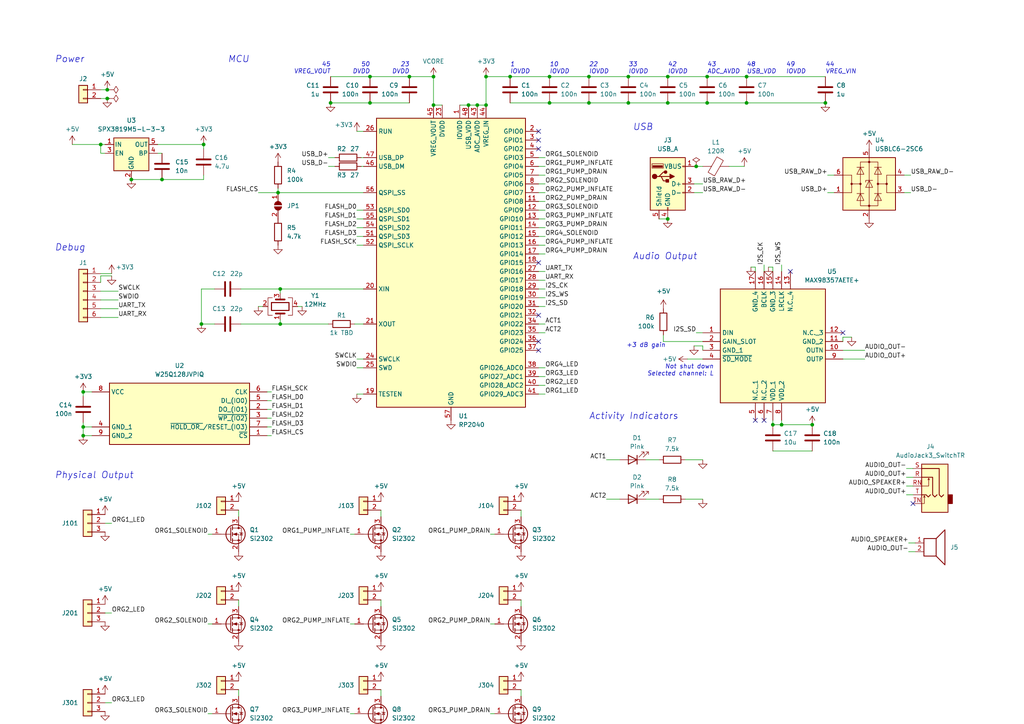
<source format=kicad_sch>
(kicad_sch (version 20230121) (generator eeschema)
  (paper "A4")
  (junction (at 182.245 22.225))
  (junction (at 140.97 22.225))
  (junction (at 81.28 93.98))
  (junction (at 193.675 63.5))
  (junction (at 29.21 41.91))
  (junction (at 125.73 30.48))
  (junction (at 239.395 29.845))
  (junction (at 80.645 55.88))
  (junction (at 193.675 22.225))
  (junction (at 170.815 22.225))
  (junction (at 159.385 22.225))
  (junction (at 201.93 48.26))
  (junction (at 118.745 22.225))
  (junction (at 59.055 41.91))
  (junction (at 135.89 30.48))
  (junction (at 24.13 126.365))
  (junction (at 95.885 29.845))
  (junction (at 38.1 52.07))
  (junction (at 216.535 29.845))
  (junction (at 224.155 123.19))
  (junction (at 170.815 29.845))
  (junction (at 81.28 83.82))
  (junction (at 125.73 22.225))
  (junction (at 107.315 22.225))
  (junction (at 140.97 30.48))
  (junction (at 147.955 22.225))
  (junction (at 193.675 29.845))
  (junction (at 182.245 29.845))
  (junction (at 24.13 113.665))
  (junction (at 205.105 29.845))
  (junction (at 58.42 93.98))
  (junction (at 138.43 30.48))
  (junction (at 205.105 22.225))
  (junction (at 226.695 123.19))
  (junction (at 235.585 123.19))
  (junction (at 46.99 52.07))
  (junction (at 159.385 29.845))
  (junction (at 31.115 26.035))
  (junction (at 107.315 29.845))
  (junction (at 31.115 28.575))
  (junction (at 216.535 22.225))
  (junction (at 24.13 123.825))
  (no_connect (at 229.235 78.74))
  (no_connect (at 264.795 146.05))
  (no_connect (at 156.21 99.06))
  (no_connect (at 244.475 96.52))
  (no_connect (at 156.21 91.44))
  (no_connect (at 221.615 121.92))
  (no_connect (at 156.21 101.6))
  (no_connect (at 156.21 40.64))
  (no_connect (at 156.21 43.18))
  (no_connect (at 219.075 121.92))
  (no_connect (at 156.21 76.2))
  (no_connect (at 156.21 38.1))
  (wire (pts (xy 101.6 180.975) (xy 102.87 180.975)))
  (wire (pts (xy 38.1 52.07) (xy 46.99 52.07)))
  (wire (pts (xy 240.03 55.88) (xy 241.935 55.88)))
  (wire (pts (xy 140.97 22.225) (xy 140.97 30.48)))
  (wire (pts (xy 29.21 80.01) (xy 32.385 80.01)))
  (wire (pts (xy 201.295 48.26) (xy 201.93 48.26)))
  (wire (pts (xy 158.115 55.88) (xy 156.21 55.88)))
  (wire (pts (xy 182.245 22.225) (xy 193.675 22.225)))
  (wire (pts (xy 142.24 154.94) (xy 143.51 154.94)))
  (wire (pts (xy 240.03 50.8) (xy 241.935 50.8)))
  (wire (pts (xy 69.215 173.99) (xy 69.215 175.895)))
  (wire (pts (xy 175.895 133.35) (xy 179.705 133.35)))
  (wire (pts (xy 158.115 63.5) (xy 156.21 63.5)))
  (wire (pts (xy 95.25 45.72) (xy 97.155 45.72)))
  (wire (pts (xy 140.97 22.225) (xy 147.955 22.225)))
  (wire (pts (xy 170.815 29.845) (xy 182.245 29.845)))
  (wire (pts (xy 158.115 86.36) (xy 156.21 86.36)))
  (wire (pts (xy 104.775 45.72) (xy 105.41 45.72)))
  (wire (pts (xy 34.29 89.535) (xy 29.21 89.535)))
  (wire (pts (xy 110.49 173.99) (xy 110.49 175.895)))
  (wire (pts (xy 222.885 77.47) (xy 224.155 77.47)))
  (wire (pts (xy 60.325 154.94) (xy 61.595 154.94)))
  (wire (pts (xy 182.245 29.845) (xy 193.675 29.845)))
  (wire (pts (xy 69.215 226.06) (xy 69.215 227.965)))
  (wire (pts (xy 226.695 121.92) (xy 226.695 123.19)))
  (wire (pts (xy 29.21 41.91) (xy 30.48 41.91)))
  (wire (pts (xy 104.775 48.26) (xy 105.41 48.26)))
  (wire (pts (xy 78.74 113.665) (xy 77.47 113.665)))
  (wire (pts (xy 125.73 22.225) (xy 125.73 30.48)))
  (wire (pts (xy 221.615 76.835) (xy 221.615 78.74)))
  (wire (pts (xy 226.695 76.835) (xy 226.695 78.74)))
  (wire (pts (xy 262.89 135.89) (xy 264.795 135.89)))
  (wire (pts (xy 32.385 151.765) (xy 30.48 151.765)))
  (wire (pts (xy 226.695 123.19) (xy 235.585 123.19)))
  (wire (pts (xy 95.885 22.225) (xy 107.315 22.225)))
  (wire (pts (xy 158.115 71.12) (xy 156.21 71.12)))
  (wire (pts (xy 191.135 133.35) (xy 187.325 133.35)))
  (wire (pts (xy 81.28 93.98) (xy 95.25 93.98)))
  (wire (pts (xy 29.21 44.45) (xy 29.21 41.91)))
  (wire (pts (xy 170.815 22.225) (xy 182.245 22.225)))
  (wire (pts (xy 24.13 123.825) (xy 24.13 126.365)))
  (wire (pts (xy 31.115 26.035) (xy 29.21 26.035)))
  (wire (pts (xy 95.25 48.26) (xy 97.155 48.26)))
  (wire (pts (xy 34.29 86.995) (xy 29.21 86.995)))
  (wire (pts (xy 192.405 97.155) (xy 192.405 99.06)))
  (wire (pts (xy 158.115 109.22) (xy 156.21 109.22)))
  (wire (pts (xy 34.29 92.075) (xy 29.21 92.075)))
  (wire (pts (xy 24.13 126.365) (xy 26.67 126.365)))
  (wire (pts (xy 31.115 28.575) (xy 29.21 28.575)))
  (wire (pts (xy 103.505 66.04) (xy 105.41 66.04)))
  (wire (pts (xy 80.645 55.88) (xy 105.41 55.88)))
  (wire (pts (xy 118.745 22.225) (xy 125.73 22.225)))
  (wire (pts (xy 244.475 97.79) (xy 247.015 97.79)))
  (wire (pts (xy 205.105 29.845) (xy 216.535 29.845)))
  (wire (pts (xy 199.39 104.14) (xy 203.835 104.14)))
  (wire (pts (xy 110.49 147.955) (xy 110.49 149.86)))
  (wire (pts (xy 103.505 71.12) (xy 105.41 71.12)))
  (wire (pts (xy 216.535 22.225) (xy 239.395 22.225)))
  (wire (pts (xy 158.115 50.8) (xy 156.21 50.8)))
  (wire (pts (xy 224.155 77.47) (xy 224.155 78.74)))
  (wire (pts (xy 31.75 28.575) (xy 31.115 28.575)))
  (wire (pts (xy 103.505 104.14) (xy 105.41 104.14)))
  (wire (pts (xy 219.075 77.47) (xy 219.075 78.74)))
  (wire (pts (xy 74.93 55.88) (xy 80.645 55.88)))
  (wire (pts (xy 264.16 50.8) (xy 262.255 50.8)))
  (wire (pts (xy 191.135 144.78) (xy 187.325 144.78)))
  (wire (pts (xy 217.805 77.47) (xy 219.075 77.47)))
  (wire (pts (xy 138.43 30.48) (xy 140.97 30.48)))
  (wire (pts (xy 103.505 60.96) (xy 105.41 60.96)))
  (wire (pts (xy 78.74 118.745) (xy 77.47 118.745)))
  (wire (pts (xy 107.315 29.845) (xy 118.745 29.845)))
  (wire (pts (xy 159.385 29.845) (xy 170.815 29.845)))
  (wire (pts (xy 81.28 92.71) (xy 81.28 93.98)))
  (wire (pts (xy 158.115 88.9) (xy 156.21 88.9)))
  (wire (pts (xy 24.13 122.555) (xy 24.13 123.825)))
  (wire (pts (xy 175.895 144.78) (xy 179.705 144.78)))
  (wire (pts (xy 151.13 147.955) (xy 151.13 149.86)))
  (wire (pts (xy 201.93 48.26) (xy 203.835 48.26)))
  (wire (pts (xy 34.29 84.455) (xy 29.21 84.455)))
  (wire (pts (xy 203.835 101.6) (xy 203.835 100.33)))
  (wire (pts (xy 216.535 29.845) (xy 239.395 29.845)))
  (wire (pts (xy 263.525 157.48) (xy 265.43 157.48)))
  (wire (pts (xy 156.21 96.52) (xy 158.115 96.52)))
  (wire (pts (xy 158.115 48.26) (xy 156.21 48.26)))
  (wire (pts (xy 74.93 88.9) (xy 76.2 88.9)))
  (wire (pts (xy 87.63 88.9) (xy 86.36 88.9)))
  (wire (pts (xy 158.115 68.58) (xy 156.21 68.58)))
  (wire (pts (xy 32.385 203.835) (xy 30.48 203.835)))
  (wire (pts (xy 158.115 106.68) (xy 156.21 106.68)))
  (wire (pts (xy 158.115 45.72) (xy 156.21 45.72)))
  (wire (pts (xy 262.89 143.51) (xy 264.795 143.51)))
  (wire (pts (xy 147.955 22.225) (xy 159.385 22.225)))
  (wire (pts (xy 69.85 83.82) (xy 81.28 83.82)))
  (wire (pts (xy 81.28 83.82) (xy 105.41 83.82)))
  (wire (pts (xy 158.115 111.76) (xy 156.21 111.76)))
  (wire (pts (xy 224.155 130.81) (xy 235.585 130.81)))
  (wire (pts (xy 158.115 73.66) (xy 156.21 73.66)))
  (wire (pts (xy 203.835 55.88) (xy 201.295 55.88)))
  (wire (pts (xy 45.72 41.91) (xy 59.055 41.91)))
  (wire (pts (xy 69.215 147.955) (xy 69.215 149.86)))
  (wire (pts (xy 32.385 79.375) (xy 29.21 79.375)))
  (wire (pts (xy 192.405 99.06) (xy 203.835 99.06)))
  (wire (pts (xy 78.74 116.205) (xy 77.47 116.205)))
  (wire (pts (xy 107.315 22.225) (xy 118.745 22.225)))
  (wire (pts (xy 58.42 83.82) (xy 58.42 93.98)))
  (wire (pts (xy 158.115 53.34) (xy 156.21 53.34)))
  (wire (pts (xy 158.115 114.3) (xy 156.21 114.3)))
  (wire (pts (xy 101.6 233.045) (xy 102.87 233.045)))
  (wire (pts (xy 158.115 60.96) (xy 156.21 60.96)))
  (wire (pts (xy 80.645 54.61) (xy 80.645 55.88)))
  (wire (pts (xy 158.115 66.04) (xy 156.21 66.04)))
  (wire (pts (xy 24.13 114.935) (xy 24.13 113.665)))
  (wire (pts (xy 203.835 53.34) (xy 201.295 53.34)))
  (wire (pts (xy 151.13 200.025) (xy 151.13 201.93)))
  (wire (pts (xy 159.385 22.225) (xy 170.815 22.225)))
  (wire (pts (xy 203.835 100.33) (xy 201.295 100.33)))
  (wire (pts (xy 62.23 83.82) (xy 58.42 83.82)))
  (wire (pts (xy 60.325 233.045) (xy 61.595 233.045)))
  (wire (pts (xy 103.505 68.58) (xy 105.41 68.58)))
  (wire (pts (xy 78.74 123.825) (xy 77.47 123.825)))
  (wire (pts (xy 191.135 63.5) (xy 193.675 63.5)))
  (wire (pts (xy 158.115 78.74) (xy 156.21 78.74)))
  (wire (pts (xy 262.89 138.43) (xy 264.795 138.43)))
  (wire (pts (xy 201.93 96.52) (xy 203.835 96.52)))
  (wire (pts (xy 24.13 123.825) (xy 26.67 123.825)))
  (wire (pts (xy 81.28 83.82) (xy 81.28 85.09)))
  (wire (pts (xy 29.21 80.01) (xy 29.21 81.915)))
  (wire (pts (xy 198.755 144.78) (xy 203.835 144.78)))
  (wire (pts (xy 262.89 140.97) (xy 264.795 140.97)))
  (wire (pts (xy 78.74 121.285) (xy 77.47 121.285)))
  (wire (pts (xy 59.055 43.18) (xy 59.055 41.91)))
  (wire (pts (xy 110.49 200.025) (xy 110.49 201.93)))
  (wire (pts (xy 263.525 160.02) (xy 265.43 160.02)))
  (wire (pts (xy 151.13 173.99) (xy 151.13 175.895)))
  (wire (pts (xy 224.155 123.19) (xy 226.695 123.19)))
  (wire (pts (xy 224.155 121.92) (xy 224.155 123.19)))
  (wire (pts (xy 46.99 44.45) (xy 45.72 44.45)))
  (wire (pts (xy 156.21 93.98) (xy 158.115 93.98)))
  (wire (pts (xy 244.475 101.6) (xy 250.825 101.6)))
  (wire (pts (xy 244.475 104.14) (xy 250.825 104.14)))
  (wire (pts (xy 20.955 41.91) (xy 29.21 41.91)))
  (wire (pts (xy 198.755 133.35) (xy 203.835 133.35)))
  (wire (pts (xy 78.74 126.365) (xy 77.47 126.365)))
  (wire (pts (xy 103.505 114.3) (xy 105.41 114.3)))
  (wire (pts (xy 142.24 207.01) (xy 143.51 207.01)))
  (wire (pts (xy 103.505 63.5) (xy 105.41 63.5)))
  (wire (pts (xy 193.675 29.845) (xy 205.105 29.845)))
  (wire (pts (xy 32.385 229.87) (xy 30.48 229.87)))
  (wire (pts (xy 158.115 81.28) (xy 156.21 81.28)))
  (wire (pts (xy 103.505 38.1) (xy 105.41 38.1)))
  (wire (pts (xy 142.24 233.045) (xy 143.51 233.045)))
  (wire (pts (xy 110.49 226.06) (xy 110.49 227.965)))
  (wire (pts (xy 125.73 30.48) (xy 128.27 30.48)))
  (wire (pts (xy 60.325 180.975) (xy 61.595 180.975)))
  (wire (pts (xy 158.115 83.82) (xy 156.21 83.82)))
  (wire (pts (xy 135.89 30.48) (xy 138.43 30.48)))
  (wire (pts (xy 95.885 29.845) (xy 107.315 29.845)))
  (wire (pts (xy 211.455 48.26) (xy 215.9 48.26)))
  (wire (pts (xy 133.35 30.48) (xy 135.89 30.48)))
  (wire (pts (xy 151.13 226.06) (xy 151.13 227.965)))
  (wire (pts (xy 30.48 44.45) (xy 29.21 44.45)))
  (wire (pts (xy 31.75 26.035) (xy 31.115 26.035)))
  (wire (pts (xy 142.24 180.975) (xy 143.51 180.975)))
  (wire (pts (xy 58.42 93.98) (xy 62.23 93.98)))
  (wire (pts (xy 60.325 207.01) (xy 61.595 207.01)))
  (wire (pts (xy 32.385 177.8) (xy 30.48 177.8)))
  (wire (pts (xy 147.955 29.845) (xy 159.385 29.845)))
  (wire (pts (xy 193.675 22.225) (xy 205.105 22.225)))
  (wire (pts (xy 24.13 113.665) (xy 26.67 113.665)))
  (wire (pts (xy 46.99 52.07) (xy 59.055 52.07)))
  (wire (pts (xy 264.16 55.88) (xy 262.255 55.88)))
  (wire (pts (xy 158.115 58.42) (xy 156.21 58.42)))
  (wire (pts (xy 69.85 93.98) (xy 81.28 93.98)))
  (wire (pts (xy 101.6 207.01) (xy 102.87 207.01)))
  (wire (pts (xy 205.105 22.225) (xy 216.535 22.225)))
  (wire (pts (xy 59.055 52.07) (xy 59.055 50.8)))
  (wire (pts (xy 69.215 200.025) (xy 69.215 201.93)))
  (wire (pts (xy 101.6 154.94) (xy 102.87 154.94)))
  (wire (pts (xy 102.87 93.98) (xy 105.41 93.98)))
  (wire (pts (xy 244.475 99.06) (xy 244.475 97.79)))
  (wire (pts (xy 103.505 106.68) (xy 105.41 106.68)))
  (text "Power" (at 15.875 18.415 0) (effects (font (size 1.905 1.905) italic) (justify left bottom)))
  (text "33\nIOVDD" (at 182.245 21.59 0) (effects (font (size 1.27 1.27) italic) (justify left bottom)))
  (text "1\nIOVDD" (at 147.955 21.59 0) (effects (font (size 1.27 1.27) italic) (justify left bottom)))
  (text "48\nUSB_VDD" (at 216.535 21.59 0) (effects (font (size 1.27 1.27) italic) (justify left bottom)))
  (text "Debug" (at 15.875 73.025 0) (effects (font (size 1.905 1.905) italic) (justify left bottom)))
  (text "22\nIOVDD" (at 170.815 21.59 0) (effects (font (size 1.27 1.27) italic) (justify left bottom)))
  (text "42\nIOVDD" (at 193.675 21.59 0) (effects (font (size 1.27 1.27) italic) (justify left bottom)))
  (text "USB" (at 183.515 38.1 0) (effects (font (size 1.905 1.905) italic) (justify left bottom)))
  (text "50\nDVDD" (at 107.315 21.59 0) (effects (font (size 1.27 1.27) italic) (justify right bottom)))
  (text "44\nVREG_VIN" (at 239.395 21.59 0) (effects (font (size 1.27 1.27) italic) (justify left bottom)))
  (text "49\nIOVDD" (at 227.965 21.59 0) (effects (font (size 1.27 1.27) italic) (justify left bottom)))
  (text "Physical Output" (at 15.875 139.065 0) (effects (font (size 1.905 1.905) italic) (justify left bottom)))
  (text "Audio Output" (at 183.515 75.565 0) (effects (font (size 1.905 1.905) italic) (justify left bottom)))
  (text "45\nVREG_VOUT" (at 95.885 21.59 0) (effects (font (size 1.27 1.27) italic) (justify right bottom)))
  (text "Activity Indicators" (at 170.815 121.92 0) (effects (font (size 1.905 1.905) italic) (justify left bottom)))
  (text "+3 dB gain" (at 193.04 100.965 0) (effects (font (size 1.27 1.27) italic) (justify right bottom)))
  (text "23\nDVDD" (at 118.745 21.59 0) (effects (font (size 1.27 1.27) italic) (justify right bottom)))
  (text "10\nIOVDD" (at 159.385 21.59 0) (effects (font (size 1.27 1.27) italic) (justify left bottom)))
  (text "43\nADC_AVDD" (at 205.105 21.59 0) (effects (font (size 1.27 1.27) italic) (justify left bottom)))
  (text "Not shut down\nSelected channel: L" (at 207.01 109.22 0) (effects (font (size 1.27 1.27) italic) (justify right bottom)))
  (text "MCU" (at 66.04 18.415 0) (effects (font (size 1.905 1.905) italic) (justify left bottom)))
  (label "FLASH_D2" (at 103.505 66.04 180))
  (label "UART_RX" (at 158.115 81.28 0))
  (label "ORG3_PUMP_INFLATE" (at 101.6 207.01 180))
  (label "I2S_CK" (at 158.115 83.82 0))
  (label "ORG1_PUMP_INFLATE" (at 101.6 154.94 180))
  (label "AUDIO_OUT+" (at 262.89 138.43 180))
  (label "SWDIO" (at 103.505 106.68 180))
  (label "AUDIO_OUT-" (at 263.525 160.02 180))
  (label "ORG3_PUMP_DRAIN" (at 158.115 66.04 0))
  (label "SWDIO" (at 34.29 86.995 0))
  (label "ORG2_LED" (at 158.115 111.76 0))
  (label "ORG2_LED" (at 32.385 177.8 0))
  (label "FLASH_CS" (at 78.74 126.365 0))
  (label "USB_RAW_D+" (at 240.03 50.8 180))
  (label "FLASH_D3" (at 103.505 68.58 180))
  (label "AUDIO_OUT+" (at 262.89 143.51 180))
  (label "ORG1_LED" (at 158.115 114.3 0))
  (label "FLASH_D1" (at 78.74 118.745 0))
  (label "I2S_SD" (at 158.115 88.9 0))
  (label "ACT2" (at 175.895 144.78 180))
  (label "ORG2_SOLENOID" (at 60.325 180.975 180))
  (label "ORG3_SOLENOID" (at 60.325 207.01 180))
  (label "AUDIO_OUT-" (at 262.89 135.89 180))
  (label "AUDIO_OUT+" (at 250.825 104.14 0))
  (label "ORG1_PUMP_INFLATE" (at 158.115 48.26 0))
  (label "USB_D+" (at 240.03 55.88 180))
  (label "ACT2" (at 158.115 96.52 0))
  (label "ORG3_SOLENOID" (at 158.115 60.96 0))
  (label "FLASH_D0" (at 78.74 116.205 0))
  (label "FLASH_D1" (at 103.505 63.5 180))
  (label "AUDIO_SPEAKER+" (at 263.525 157.48 180))
  (label "ORG4_SOLENOID" (at 60.325 233.045 180))
  (label "ORG4_LED" (at 158.115 106.68 0))
  (label "I2S_CK" (at 221.615 76.835 90))
  (label "ORG2_PUMP_INFLATE" (at 158.115 55.88 0))
  (label "UART_TX" (at 34.29 89.535 0))
  (label "USB_D+" (at 95.25 45.72 180))
  (label "SWCLK" (at 34.29 84.455 0))
  (label "UART_RX" (at 34.29 92.075 0))
  (label "ORG1_LED" (at 32.385 151.765 0))
  (label "ORG4_PUMP_DRAIN" (at 142.24 233.045 180))
  (label "ORG3_PUMP_INFLATE" (at 158.115 63.5 0))
  (label "I2S_SD" (at 201.93 96.52 180))
  (label "ORG3_LED" (at 158.115 109.22 0))
  (label "ORG4_LED" (at 32.385 229.87 0))
  (label "FLASH_CS" (at 74.93 55.88 180))
  (label "ORG1_SOLENOID" (at 158.115 45.72 0))
  (label "USB_RAW_D+" (at 203.835 53.34 0))
  (label "UART_TX" (at 158.115 78.74 0))
  (label "FLASH_SCK" (at 78.74 113.665 0))
  (label "ACT1" (at 158.115 93.98 0))
  (label "ORG4_PUMP_INFLATE" (at 158.115 71.12 0))
  (label "ORG3_LED" (at 32.385 203.835 0))
  (label "FLASH_D2" (at 78.74 121.285 0))
  (label "FLASH_D3" (at 78.74 123.825 0))
  (label "ORG3_PUMP_DRAIN" (at 142.24 207.01 180))
  (label "ORG4_PUMP_INFLATE" (at 101.6 233.045 180))
  (label "ORG4_SOLENOID" (at 158.115 68.58 0))
  (label "USB_RAW_D-" (at 203.835 55.88 0))
  (label "ORG1_PUMP_DRAIN" (at 142.24 154.94 180))
  (label "ORG2_SOLENOID" (at 158.115 53.34 0))
  (label "ORG2_PUMP_INFLATE" (at 101.6 180.975 180))
  (label "ACT1" (at 175.895 133.35 180))
  (label "USB_RAW_D-" (at 264.16 50.8 0))
  (label "FLASH_D0" (at 103.505 60.96 180))
  (label "ORG2_PUMP_DRAIN" (at 158.115 58.42 0))
  (label "SWCLK" (at 103.505 104.14 180))
  (label "ORG4_PUMP_DRAIN" (at 158.115 73.66 0))
  (label "I2S_WS" (at 158.115 86.36 0))
  (label "USB_D-" (at 264.16 55.88 0))
  (label "I2S_WS" (at 226.695 76.835 90))
  (label "AUDIO_OUT-" (at 250.825 101.6 0))
  (label "FLASH_SCK" (at 103.505 71.12 180))
  (label "ORG1_PUMP_DRAIN" (at 158.115 50.8 0))
  (label "USB_D-" (at 95.25 48.26 180))
  (label "ORG2_PUMP_DRAIN" (at 142.24 180.975 180))
  (label "AUDIO_SPEAKER+" (at 262.89 140.97 180))
  (label "ORG1_SOLENOID" (at 60.325 154.94 180))
  (symbol (lib_id "power:+5V") (at 31.115 26.035 0) (unit 1)
    (property "Reference" "#PWR019" (effects hide))
    (property "Value" "+5V" (at 31.115 21.59 0))
  )
  (symbol (lib_id "Connector_Generic:Conn_01x02") (at 105.41 197.485 0) (mirror y) (unit 1)
    (property "Reference" "J303" (at 100.33 198.755 0))
    (property "Value" "Conn_01x02" (effects hide))
    (property "Footprint" "Connector_PinHeader_2.54mm:PinHeader_1x02_P2.54mm_Vertical" (effects hide))
  )
  (symbol (lib_id "Connector_Generic:Conn_01x02") (at 146.05 223.52 0) (mirror y) (unit 1)
    (property "Reference" "J404" (at 140.97 224.79 0))
    (property "Value" "Conn_01x02" (effects hide))
    (property "Footprint" "Connector_PinHeader_2.54mm:PinHeader_1x02_P2.54mm_Vertical" (effects hide))
  )
  (symbol (lib_id "power:+5V") (at 20.955 41.91 0) (unit 1)
    (property "Reference" "#PWR021" (effects hide))
    (property "Value" "+5V" (at 20.955 37.465 0))
  )
  (symbol (lib_id "power:GND") (at 110.49 212.09 0) (unit 1)
    (property "Reference" "#PWR061" (effects hide))
    (property "Value" "GND" (effects hide))
  )
  (symbol (lib_id "power:GND") (at 110.49 186.055 0) (unit 1)
    (property "Reference" "#PWR057" (effects hide))
    (property "Value" "GND" (effects hide))
  )
  (symbol (lib_id "Device:Q_NMOS_GSD") (at 107.95 233.045 0) (unit 1)
    (property "Reference" "Q11" (at 113.665 231.775 0) (effects (justify left)))
    (property "Value" "Si2302" (at 113.665 234.315 0) (effects (justify left)))
    (property "Footprint" "Package_TO_SOT_SMD:SOT-23" (effects hide))
  )
  (symbol (lib_id "power:GND") (at 193.675 63.5 0) (unit 1)
    (property "Reference" "#PWR017" (effects hide))
    (property "Value" "GND" (effects hide))
  )
  (symbol (lib_id "MCU_RaspberryPi:RP2040") (at 130.81 76.2 0) (unit 1)
    (property "Reference" "U1" (at 133.0041 120.65 0) (effects (justify left)))
    (property "Value" "RP2040" (at 133.0041 123.19 0) (effects (justify left)))
    (property "Footprint" "Package_DFN_QFN:QFN-56-1EP_7x7mm_P0.4mm_EP3.2x3.2mm" (effects hide))
    (property "Datasheet" "https://datasheets.raspberrypi.com/rp2040/rp2040-datasheet.pdf" (effects hide))
  )
  (symbol (lib_id "power:GND") (at 217.805 77.47 0) (unit 1)
    (property "Reference" "#PWR028" (effects hide))
    (property "Value" "GND" (effects hide))
  )
  (symbol (lib_id "power:+5V") (at 69.215 171.45 0) (unit 1)
    (property "Reference" "#PWR040" (effects hide))
    (property "Value" "+5V" (at 69.215 167.005 0))
  )
  (symbol (lib_id "Device:R") (at 99.06 93.98 90) (unit 1)
    (property "Reference" "R1" (at 99.06 91.44 90))
    (property "Value" "1k TBD" (at 99.06 96.52 90))
    (property "Footprint" "Resistor_SMD:R_0603_1608Metric" (effects hide))
  )
  (symbol (lib_id "Device:R") (at 194.945 133.35 90) (unit 1)
    (property "Reference" "R7" (at 194.945 127.635 90))
    (property "Value" "7.5k" (at 194.945 130.175 90))
    (property "Footprint" "Resistor_SMD:R_0603_1608Metric" (effects hide))
  )
  (symbol (lib_id "Jumper:SolderJumper_2_Open") (at 80.645 59.69 270) (unit 1)
    (property "Reference" "JP1" (at 85.09 59.69 90))
    (property "Value" "SolderJumper_2_Open" (effects hide))
    (property "Footprint" "Jumper:SolderJumper-2_P1.3mm_Open_RoundedPad1.0x1.5mm" (effects hide))
  )
  (symbol (lib_id "Connector_Generic:Conn_01x02") (at 24.13 26.035 0) (mirror y) (unit 1)
    (property "Reference" "J2" (at 24.13 22.86 0))
    (property "Value" "Conn_01x02" (effects hide))
    (property "Footprint" "Connector_PinHeader_2.54mm:PinHeader_1x02_P2.54mm_Vertical" (effects hide))
  )
  (symbol (lib_id "Device:C") (at 147.955 26.035 0) (unit 1)
    (property "Reference" "C1" (at 151.13 24.765 0) (effects (justify left)))
    (property "Value" "100n" (at 151.13 27.305 0) (effects (justify left)))
    (property "Footprint" "Capacitor_SMD:C_0402_1005Metric" (effects hide))
  )
  (symbol (lib_id "power:+5V") (at 110.49 223.52 0) (unit 1)
    (property "Reference" "#PWR050" (effects hide))
    (property "Value" "+5V" (at 110.49 219.075 0))
  )
  (symbol (lib_id "power:GND") (at 30.48 206.375 0) (unit 1)
    (property "Reference" "#PWR044" (effects hide))
    (property "Value" "GND" (effects hide))
  )
  (symbol (lib_id "W25Q128JVPIQ:W25Q128JVPIQ") (at 26.67 113.665 0) (unit 1)
    (property "Reference" "U2" (at 52.07 106.045 0))
    (property "Value" "W25Q128JVPIQ" (at 52.07 108.585 0))
    (property "Footprint" "W25Q128JVPIQ:SON127P600X500X80-9N-D" (effects hide))
    (property "Datasheet" "https://www.winbond.com/hq/search-resource-file.jsp?partNo=W25Q128JVPIQ&type=datasheet" (effects hide))
    (property "Height" "0.8" (effects hide))
    (property "Manufacturer_Name" "Winbond" (effects hide))
    (property "Manufacturer_Part_Number" "W25Q128JVPIQ" (effects hide))
    (property "Mouser Part Number" "454-W25Q128JVPIQ" (effects hide))
    (property "Mouser Price/Stock" "https://www.mouser.co.uk/ProductDetail/Winbond/W25Q128JVPIQ?qs=qSfuJ%252Bfl%2Fd676hAD%252B1JSfw%3D%3D" (effects hide))
    (property "Arrow Part Number" "W25Q128JVPIQ" (effects hide))
    (property "Arrow Price/Stock" "https://www.arrow.com/en/products/w25q128jvpiq/winbond-electronics?region=nac" (effects hide))
  )
  (symbol (lib_id "power:GND") (at 252.095 63.5 0) (unit 1)
    (property "Reference" "#PWR025" (effects hide))
    (property "Value" "GND" (effects hide))
  )
  (symbol (lib_id "power:+5V") (at 151.13 197.485 0) (unit 1)
    (property "Reference" "#PWR051" (effects hide))
    (property "Value" "+5V" (at 151.13 193.04 0))
  )
  (symbol (lib_id "power:GND") (at 69.215 212.09 0) (unit 1)
    (property "Reference" "#PWR059" (effects hide))
    (property "Value" "GND" (effects hide))
  )
  (symbol (lib_id "Device:Q_NMOS_GSD") (at 148.59 233.045 0) (unit 1)
    (property "Reference" "Q12" (at 154.305 231.775 0) (effects (justify left)))
    (property "Value" "Si2302" (at 154.305 234.315 0) (effects (justify left)))
    (property "Footprint" "Package_TO_SOT_SMD:SOT-23" (effects hide))
  )
  (symbol (lib_id "power:GND") (at 110.49 238.125 0) (unit 1)
    (property "Reference" "#PWR062" (effects hide))
    (property "Value" "GND" (effects hide))
  )
  (symbol (lib_id "Device:C") (at 24.13 118.745 0) (mirror y) (unit 1)
    (property "Reference" "C14" (at 20.955 117.475 0) (effects (justify left)))
    (property "Value" "100n" (at 20.955 120.015 0) (effects (justify left)))
    (property "Footprint" "Capacitor_SMD:C_0402_1005Metric" (effects hide))
  )
  (symbol (lib_id "Regulator_Linear:SPX3819M5-L-3-3") (at 38.1 44.45 0) (unit 1)
    (property "Reference" "U3" (at 38.1 34.925 0))
    (property "Value" "SPX3819M5-L-3-3" (at 38.1 37.465 0))
    (property "Footprint" "Package_TO_SOT_SMD:SOT-23-5" (effects hide))
    (property "Datasheet" "https://www.exar.com/content/document.ashx?id=22106&languageid=1033&type=Datasheet&partnumber=SPX3819&filename=SPX3819.pdf&part=SPX3819" (effects hide))
  )
  (symbol (lib_id "Connector_Generic:Conn_01x02") (at 64.135 223.52 0) (mirror y) (unit 1)
    (property "Reference" "J402" (at 59.055 224.79 0))
    (property "Value" "Conn_01x02" (effects hide))
    (property "Footprint" "Connector_PinHeader_2.54mm:PinHeader_1x02_P2.54mm_Vertical" (effects hide))
  )
  (symbol (lib_id "power:+3V3") (at 24.13 113.665 0) (unit 1)
    (property "Reference" "#PWR013" (effects hide))
    (property "Value" "+3V3" (at 24.13 109.22 0))
  )
  (symbol (lib_id "MAX98357AETE+:MAX98357AETE+") (at 203.835 96.52 0) (unit 1)
    (property "Reference" "U5" (at 241.3 78.74 0))
    (property "Value" "MAX98357AETE+" (at 241.3 81.28 0))
    (property "Footprint" "MAX98357AETE+:QFN50P300X300X80-17N" (effects hide))
    (property "Datasheet" "https://datasheets.maximintegrated.com/en/ds/MAX98357A-MAX98357B.pdf" (effects hide))
    (property "Height" "0.8" (effects hide))
    (property "Manufacturer_Name" "Analog Devices" (effects hide))
    (property "Manufacturer_Part_Number" "MAX98357AETE+" (effects hide))
    (property "Mouser Part Number" "700-MAX98357AETE+" (effects hide))
    (property "Mouser Price/Stock" "https://www.mouser.co.uk/ProductDetail/Analog-Devices-Maxim-Integrated/MAX98357AETE%2b?qs=AAveGqk956EyS6m3AmZeuw%3D%3D" (effects hide))
  )
  (symbol (lib_id "Device:Q_NMOS_GSD") (at 107.95 207.01 0) (unit 1)
    (property "Reference" "Q8" (at 113.665 205.74 0) (effects (justify left)))
    (property "Value" "Si2302" (at 113.665 208.28 0) (effects (justify left)))
    (property "Footprint" "Package_TO_SOT_SMD:SOT-23" (effects hide))
  )
  (symbol (lib_id "power:GND") (at 24.13 126.365 0) (unit 1)
    (property "Reference" "#PWR014" (effects hide))
    (property "Value" "GND" (effects hide))
  )
  (symbol (lib_id "power:+5V") (at 215.9 48.26 0) (unit 1)
    (property "Reference" "#PWR018" (effects hide))
    (property "Value" "+5V" (at 215.9 43.815 0))
  )
  (symbol (lib_id "power:+3V3") (at 59.055 41.91 0) (unit 1)
    (property "Reference" "#PWR023" (effects hide))
    (property "Value" "+3V3" (at 59.055 37.465 0))
  )
  (symbol (lib_id "Device:FerriteBead") (at 207.645 48.26 90) (unit 1)
    (property "Reference" "L1" (at 207.645 41.275 90))
    (property "Value" "120R" (at 207.645 43.815 90))
    (property "Footprint" "Inductor_SMD:L_0805_2012Metric" (effects hide))
  )
  (symbol (lib_id "Device:Q_NMOS_GSD") (at 148.59 154.94 0) (unit 1)
    (property "Reference" "Q3" (at 154.305 153.67 0) (effects (justify left)))
    (property "Value" "Si2302" (at 154.305 156.21 0) (effects (justify left)))
    (property "Footprint" "Package_TO_SOT_SMD:SOT-23" (effects hide))
  )
  (symbol (lib_id "power:+5V") (at 151.13 145.415 0) (unit 1)
    (property "Reference" "#PWR037" (effects hide))
    (property "Value" "+5V" (at 151.13 140.97 0))
  )
  (symbol (lib_id "AICHO_symbols:VCORE") (at 125.73 22.225 0) (unit 1)
    (property "Reference" "#PWR02" (effects hide))
    (property "Value" "VCORE" (at 125.73 17.78 0))
  )
  (symbol (lib_id "Device:Q_NMOS_GSD") (at 66.675 207.01 0) (unit 1)
    (property "Reference" "Q7" (at 72.39 205.74 0) (effects (justify left)))
    (property "Value" "Si2302" (at 72.39 208.28 0) (effects (justify left)))
    (property "Footprint" "Package_TO_SOT_SMD:SOT-23" (effects hide))
  )
  (symbol (lib_id "power:GND") (at 58.42 93.98 0) (unit 1)
    (property "Reference" "#PWR09" (effects hide))
    (property "Value" "GND" (effects hide))
  )
  (symbol (lib_id "Device:C") (at 239.395 26.035 0) (unit 1)
    (property "Reference" "C8" (at 242.57 24.765 0) (effects (justify left)))
    (property "Value" "1u" (at 242.57 27.305 0) (effects (justify left)))
    (property "Footprint" "Capacitor_SMD:C_0402_1005Metric" (effects hide))
  )
  (symbol (lib_id "Connector_Generic:Conn_01x02") (at 146.05 197.485 0) (mirror y) (unit 1)
    (property "Reference" "J304" (at 140.97 198.755 0))
    (property "Value" "Conn_01x02" (effects hide))
    (property "Footprint" "Connector_PinHeader_2.54mm:PinHeader_1x02_P2.54mm_Vertical" (effects hide))
  )
  (symbol (lib_id "power:PWR_FLAG") (at 31.75 26.035 270) (unit 1)
    (property "Reference" "#FLG01" (effects hide))
    (property "Value" "PWR_FLAG" (effects hide))
  )
  (symbol (lib_id "power:GND") (at 103.505 114.3 0) (unit 1)
    (property "Reference" "#PWR06" (effects hide))
    (property "Value" "GND" (effects hide))
  )
  (symbol (lib_id "Connector_Generic:Conn_01x02") (at 105.41 145.415 0) (mirror y) (unit 1)
    (property "Reference" "J103" (at 100.33 146.685 0))
    (property "Value" "Conn_01x02" (effects hide))
    (property "Footprint" "Connector_PinHeader_2.54mm:PinHeader_1x02_P2.54mm_Vertical" (effects hide))
  )
  (symbol (lib_id "Device:Q_NMOS_GSD") (at 66.675 180.975 0) (unit 1)
    (property "Reference" "Q4" (at 72.39 179.705 0) (effects (justify left)))
    (property "Value" "Si2302" (at 72.39 182.245 0) (effects (justify left)))
    (property "Footprint" "Package_TO_SOT_SMD:SOT-23" (effects hide))
  )
  (symbol (lib_id "Connector_Generic:Conn_01x03") (at 25.4 151.765 0) (mirror y) (unit 1)
    (property "Reference" "J101" (at 20.32 151.765 0))
    (property "Value" "Conn_01x03" (effects hide))
    (property "Footprint" "Connector_PinHeader_2.54mm:PinHeader_1x03_P2.54mm_Vertical" (effects hide))
  )
  (symbol (lib_id "Device:LED") (at 183.515 144.78 180) (unit 1)
    (property "Reference" "D2" (at 184.785 138.43 0))
    (property "Value" "Pink" (at 184.785 140.97 0))
    (property "Footprint" "LED_SMD:LED_0603_1608Metric" (effects hide))
  )
  (symbol (lib_id "power:PWR_FLAG") (at 31.75 28.575 270) (unit 1)
    (property "Reference" "#FLG02" (effects hide))
    (property "Value" "PWR_FLAG" (effects hide))
  )
  (symbol (lib_id "power:+3V3") (at 80.645 46.99 0) (unit 1)
    (property "Reference" "#PWR015" (effects hide))
    (property "Value" "+3V3" (at 80.645 42.545 0))
  )
  (symbol (lib_id "power:+5V") (at 252.095 43.18 0) (unit 1)
    (property "Reference" "#PWR024" (effects hide))
    (property "Value" "+5V" (at 252.095 38.735 0))
  )
  (symbol (lib_id "power:GND") (at 222.885 77.47 0) (unit 1)
    (property "Reference" "#PWR029" (effects hide))
    (property "Value" "GND" (effects hide))
  )
  (symbol (lib_id "Device:Q_NMOS_GSD") (at 107.95 154.94 0) (unit 1)
    (property "Reference" "Q2" (at 113.665 153.67 0) (effects (justify left)))
    (property "Value" "Si2302" (at 113.665 156.21 0) (effects (justify left)))
    (property "Footprint" "Package_TO_SOT_SMD:SOT-23" (effects hide))
  )
  (symbol (lib_id "Device:C") (at 216.535 26.035 0) (unit 1)
    (property "Reference" "C7" (at 219.71 24.765 0) (effects (justify left)))
    (property "Value" "100n" (at 219.71 27.305 0) (effects (justify left)))
    (property "Footprint" "Capacitor_SMD:C_0402_1005Metric" (effects hide))
  )
  (symbol (lib_id "power:GND") (at 151.13 160.02 0) (unit 1)
    (property "Reference" "#PWR055" (effects hide))
    (property "Value" "GND" (effects hide))
  )
  (symbol (lib_id "Power_Protection:USBLC6-2SC6") (at 252.095 53.34 0) (unit 1)
    (property "Reference" "U4" (at 253.7461 40.64 0) (effects (justify left)))
    (property "Value" "USBLC6-2SC6" (at 253.7461 43.18 0) (effects (justify left)))
    (property "Footprint" "Package_TO_SOT_SMD:SOT-23-6" (effects hide))
    (property "Datasheet" "https://www.st.com/resource/en/datasheet/usblc6-2.pdf" (effects hide))
  )
  (symbol (lib_id "power:+5V") (at 69.215 197.485 0) (unit 1)
    (property "Reference" "#PWR047" (effects hide))
    (property "Value" "+5V" (at 69.215 193.04 0))
  )
  (symbol (lib_id "Connector_Generic:Conn_01x02") (at 146.05 171.45 0) (mirror y) (unit 1)
    (property "Reference" "J204" (at 140.97 172.72 0))
    (property "Value" "Conn_01x02" (effects hide))
    (property "Footprint" "Connector_PinHeader_2.54mm:PinHeader_1x02_P2.54mm_Vertical" (effects hide))
  )
  (symbol (lib_id "Connector_Generic:Conn_01x03") (at 25.4 177.8 0) (mirror y) (unit 1)
    (property "Reference" "J201" (at 20.32 177.8 0))
    (property "Value" "Conn_01x03" (effects hide))
    (property "Footprint" "Connector_PinHeader_2.54mm:PinHeader_1x03_P2.54mm_Vertical" (effects hide))
  )
  (symbol (lib_id "Device:C") (at 235.585 127 0) (unit 1)
    (property "Reference" "C18" (at 238.76 125.73 0) (effects (justify left)))
    (property "Value" "100n" (at 238.76 128.27 0) (effects (justify left)))
    (property "Footprint" "Capacitor_SMD:C_0402_1005Metric" (effects hide))
  )
  (symbol (lib_id "power:GND") (at 69.215 160.02 0) (unit 1)
    (property "Reference" "#PWR053" (effects hide))
    (property "Value" "GND" (effects hide))
  )
  (symbol (lib_id "Connector_Audio:AudioJack3_SwitchTR") (at 269.875 138.43 0) (mirror y) (unit 1)
    (property "Reference" "J4" (at 269.875 129.54 0))
    (property "Value" "AudioJack3_SwitchTR" (at 269.875 132.08 0))
    (property "Footprint" "Connector_Audio:Jack_3.5mm_CUI_SJ1-3525N_Horizontal" (effects hide))
  )
  (symbol (lib_id "power:GND") (at 74.93 88.9 0) (unit 1)
    (property "Reference" "#PWR07" (effects hide))
    (property "Value" "GND" (effects hide))
  )
  (symbol (lib_id "Device:C") (at 170.815 26.035 0) (unit 1)
    (property "Reference" "C3" (at 173.99 24.765 0) (effects (justify left)))
    (property "Value" "100n" (at 173.99 27.305 0) (effects (justify left)))
    (property "Footprint" "Capacitor_SMD:C_0402_1005Metric" (effects hide))
  )
  (symbol (lib_id "Connector_Generic:Conn_01x02") (at 64.135 145.415 0) (mirror y) (unit 1)
    (property "Reference" "J102" (at 59.055 146.685 0))
    (property "Value" "Conn_01x02" (effects hide))
    (property "Footprint" "Connector_PinHeader_2.54mm:PinHeader_1x02_P2.54mm_Vertical" (effects hide))
  )
  (symbol (lib_id "Device:C") (at 66.04 93.98 90) (unit 1)
    (property "Reference" "C13" (at 63.5 89.535 90))
    (property "Value" "22p" (at 68.58 89.535 90))
    (property "Footprint" "Capacitor_SMD:C_0402_1005Metric" (effects hide))
  )
  (symbol (lib_id "Device:Crystal_GND24") (at 81.28 88.9 90) (unit 1)
    (property "Reference" "Y1" (at 91.44 85.725 90))
    (property "Value" "12MHz" (at 91.44 88.265 90))
    (property "Footprint" "Crystal:Crystal_SMD_3225-4Pin_3.2x2.5mm" (effects hide))
  )
  (symbol (lib_id "power:+5V") (at 30.48 227.33 0) (unit 1)
    (property "Reference" "#PWR045" (effects hide))
    (property "Value" "+5V" (at 30.48 222.885 0))
  )
  (symbol (lib_id "Device:C") (at 205.105 26.035 0) (unit 1)
    (property "Reference" "C6" (at 208.28 24.765 0) (effects (justify left)))
    (property "Value" "100n" (at 208.28 27.305 0) (effects (justify left)))
    (property "Footprint" "Capacitor_SMD:C_0402_1005Metric" (effects hide))
  )
  (symbol (lib_id "power:+5V") (at 151.13 223.52 0) (unit 1)
    (property "Reference" "#PWR052" (effects hide))
    (property "Value" "+5V" (at 151.13 219.075 0))
  )
  (symbol (lib_id "Device:Q_NMOS_GSD") (at 66.675 233.045 0) (unit 1)
    (property "Reference" "Q10" (at 72.39 231.775 0) (effects (justify left)))
    (property "Value" "Si2302" (at 72.39 234.315 0) (effects (justify left)))
    (property "Footprint" "Package_TO_SOT_SMD:SOT-23" (effects hide))
  )
  (symbol (lib_id "power:GND") (at 30.48 180.34 0) (unit 1)
    (property "Reference" "#PWR039" (effects hide))
    (property "Value" "GND" (effects hide))
  )
  (symbol (lib_id "Device:C") (at 224.155 127 0) (unit 1)
    (property "Reference" "C17" (at 227.33 125.73 0) (effects (justify left)))
    (property "Value" "10u" (at 227.33 128.27 0) (effects (justify left)))
    (property "Footprint" "Capacitor_SMD:C_0603_1608Metric" (effects hide))
  )
  (symbol (lib_id "power:PWR_FLAG") (at 201.93 48.26 0) (unit 1)
    (property "Reference" "#FLG03" (effects hide))
    (property "Value" "PWR_FLAG" (effects hide))
  )
  (symbol (lib_id "power:GND") (at 130.81 121.92 0) (unit 1)
    (property "Reference" "#PWR016" (effects hide))
    (property "Value" "GND" (effects hide))
  )
  (symbol (lib_id "Device:Q_NMOS_GSD") (at 148.59 180.975 0) (unit 1)
    (property "Reference" "Q6" (at 154.305 179.705 0) (effects (justify left)))
    (property "Value" "Si2302" (at 154.305 182.245 0) (effects (justify left)))
    (property "Footprint" "Package_TO_SOT_SMD:SOT-23" (effects hide))
  )
  (symbol (lib_id "power:GND") (at 87.63 88.9 0) (unit 1)
    (property "Reference" "#PWR08" (effects hide))
    (property "Value" "GND" (effects hide))
  )
  (symbol (lib_id "power:+5V") (at 192.405 89.535 0) (unit 1)
    (property "Reference" "#PWR032" (effects hide))
    (property "Value" "+5V" (at 192.405 84.455 0))
  )
  (symbol (lib_id "Connector:USB_A") (at 193.675 53.34 0) (unit 1)
    (property "Reference" "J3" (at 193.675 40.64 0))
    (property "Value" "USB_A" (at 193.675 43.18 0))
    (property "Footprint" "Connector_USB:USB_A_CNCTech_1001-011-01101_Horizontal" (effects hide))
    (property "Datasheet" " ~" (effects hide))
  )
  (symbol (lib_id "Device:Q_NMOS_GSD") (at 107.95 180.975 0) (unit 1)
    (property "Reference" "Q5" (at 113.665 179.705 0) (effects (justify left)))
    (property "Value" "Si2302" (at 113.665 182.245 0) (effects (justify left)))
    (property "Footprint" "Package_TO_SOT_SMD:SOT-23" (effects hide))
  )
  (symbol (lib_id "Device:R") (at 80.645 50.8 0) (mirror x) (unit 1)
    (property "Reference" "R4" (at 83.185 49.53 0) (effects (justify left)))
    (property "Value" "100k" (at 83.185 52.07 0) (effects (justify left)))
    (property "Footprint" "Resistor_SMD:R_0603_1608Metric" (effects hide))
  )
  (symbol (lib_id "Device:C") (at 95.885 26.035 0) (mirror y) (unit 1)
    (property "Reference" "C11" (at 92.71 24.765 0) (effects (justify left)))
    (property "Value" "1u" (at 92.71 27.305 0) (effects (justify left)))
    (property "Footprint" "Capacitor_SMD:C_0402_1005Metric" (effects hide))
  )
  (symbol (lib_id "power:+5V") (at 69.215 145.415 0) (unit 1)
    (property "Reference" "#PWR035" (effects hide))
    (property "Value" "+5V" (at 69.215 140.97 0))
  )
  (symbol (lib_id "power:+3V3") (at 140.97 22.225 0) (unit 1)
    (property "Reference" "#PWR01" (effects hide))
    (property "Value" "+3V3" (at 140.97 17.78 0))
  )
  (symbol (lib_id "power:GND") (at 239.395 29.845 0) (unit 1)
    (property "Reference" "#PWR03" (effects hide))
    (property "Value" "GND" (effects hide))
  )
  (symbol (lib_id "Device:R") (at 194.945 144.78 90) (unit 1)
    (property "Reference" "R8" (at 194.945 139.065 90))
    (property "Value" "7.5k" (at 194.945 141.605 90))
    (property "Footprint" "Resistor_SMD:R_0603_1608Metric" (effects hide))
  )
  (symbol (lib_id "Device:C") (at 46.99 48.26 0) (unit 1)
    (property "Reference" "C15" (at 50.8 46.99 0) (effects (justify left)))
    (property "Value" "10n" (at 50.8 49.53 0) (effects (justify left)))
    (property "Footprint" "Capacitor_SMD:C_0603_1608Metric" (effects hide))
  )
  (symbol (lib_id "power:+5V") (at 30.48 175.26 0) (unit 1)
    (property "Reference" "#PWR038" (effects hide))
    (property "Value" "+5V" (at 30.48 170.815 0))
  )
  (symbol (lib_id "power:GND") (at 151.13 186.055 0) (unit 1)
    (property "Reference" "#PWR056" (effects hide))
    (property "Value" "GND" (effects hide))
  )
  (symbol (lib_id "power:GND") (at 80.645 71.12 0) (unit 1)
    (property "Reference" "#PWR012" (effects hide))
    (property "Value" "GND" (effects hide))
  )
  (symbol (lib_id "Device:Q_NMOS_GSD") (at 148.59 207.01 0) (unit 1)
    (property "Reference" "Q9" (at 154.305 205.74 0) (effects (justify left)))
    (property "Value" "Si2302" (at 154.305 208.28 0) (effects (justify left)))
    (property "Footprint" "Package_TO_SOT_SMD:SOT-23" (effects hide))
  )
  (symbol (lib_id "power:GND") (at 95.885 29.845 0) (unit 1)
    (property "Reference" "#PWR04" (effects hide))
    (property "Value" "GND" (effects hide))
  )
  (symbol (lib_id "power:GND") (at 32.385 80.01 0) (unit 1)
    (property "Reference" "#PWR011" (effects hide))
    (property "Value" "GND" (effects hide))
  )
  (symbol (lib_id "power:+5V") (at 110.49 145.415 0) (unit 1)
    (property "Reference" "#PWR036" (effects hide))
    (property "Value" "+5V" (at 110.49 140.97 0))
  )
  (symbol (lib_id "power:+5V") (at 199.39 104.14 90) (unit 1)
    (property "Reference" "#PWR026" (effects hide))
    (property "Value" "+5V" (at 196.215 104.14 90) (effects (justify left)))
  )
  (symbol (lib_id "power:+5V") (at 110.49 197.485 0) (unit 1)
    (property "Reference" "#PWR049" (effects hide))
    (property "Value" "+5V" (at 110.49 193.04 0))
  )
  (symbol (lib_id "Device:C") (at 59.055 46.99 0) (unit 1)
    (property "Reference" "C16" (at 62.23 45.72 0) (effects (justify left)))
    (property "Value" "4.7u" (at 62.23 48.26 0) (effects (justify left)))
    (property "Footprint" "Capacitor_SMD:C_0603_1608Metric" (effects hide))
  )
  (symbol (lib_id "Connector_Generic:Conn_01x03") (at 25.4 203.835 0) (mirror y) (unit 1)
    (property "Reference" "J301" (at 20.32 203.835 0))
    (property "Value" "Conn_01x03" (effects hide))
    (property "Footprint" "Connector_PinHeader_2.54mm:PinHeader_1x03_P2.54mm_Vertical" (effects hide))
  )
  (symbol (lib_id "Device:R") (at 80.645 67.31 0) (mirror x) (unit 1)
    (property "Reference" "R5" (at 83.185 66.04 0) (effects (justify left)))
    (property "Value" "4.7k" (at 83.185 68.58 0) (effects (justify left)))
    (property "Footprint" "Resistor_SMD:R_0603_1608Metric" (effects hide))
  )
  (symbol (lib_id "power:GND") (at 203.835 133.35 0) (unit 1)
    (property "Reference" "#PWR065" (effects hide))
    (property "Value" "GND" (effects hide))
  )
  (symbol (lib_id "Device:C") (at 107.315 26.035 0) (mirror y) (unit 1)
    (property "Reference" "C10" (at 104.14 24.765 0) (effects (justify left)))
    (property "Value" "100n" (at 104.14 27.305 0) (effects (justify left)))
    (property "Footprint" "Capacitor_SMD:C_0402_1005Metric" (effects hide))
  )
  (symbol (lib_id "Connector_Generic:Conn_01x02") (at 105.41 171.45 0) (mirror y) (unit 1)
    (property "Reference" "J203" (at 100.33 172.72 0))
    (property "Value" "Conn_01x02" (effects hide))
    (property "Footprint" "Connector_PinHeader_2.54mm:PinHeader_1x02_P2.54mm_Vertical" (effects hide))
  )
  (symbol (lib_id "power:GND") (at 31.115 28.575 0) (unit 1)
    (property "Reference" "#PWR020" (effects hide))
    (property "Value" "GND" (effects hide))
  )
  (symbol (lib_id "Connector_Generic:Conn_01x02") (at 105.41 223.52 0) (mirror y) (unit 1)
    (property "Reference" "J403" (at 100.33 224.79 0))
    (property "Value" "Conn_01x02" (effects hide))
    (property "Footprint" "Connector_PinHeader_2.54mm:PinHeader_1x02_P2.54mm_Vertical" (effects hide))
  )
  (symbol (lib_id "power:GND") (at 247.015 97.79 0) (mirror y) (unit 1)
    (property "Reference" "#PWR031" (effects hide))
    (property "Value" "GND" (effects hide))
  )
  (symbol (lib_id "Device:C") (at 182.245 26.035 0) (unit 1)
    (property "Reference" "C4" (at 185.42 24.765 0) (effects (justify left)))
    (property "Value" "100n" (at 185.42 27.305 0) (effects (justify left)))
    (property "Footprint" "Capacitor_SMD:C_0402_1005Metric" (effects hide))
  )
  (symbol (lib_id "Device:R") (at 100.965 48.26 90) (mirror x) (unit 1)
    (property "Reference" "R3" (at 99.06 50.8 90))
    (property "Value" "27" (at 102.87 50.8 90))
    (property "Footprint" "Resistor_SMD:R_0603_1608Metric" (effects hide))
  )
  (symbol (lib_id "power:+5V") (at 110.49 171.45 0) (unit 1)
    (property "Reference" "#PWR041" (effects hide))
    (property "Value" "+5V" (at 110.49 167.005 0))
  )
  (symbol (lib_id "power:GND") (at 151.13 238.125 0) (unit 1)
    (property "Reference" "#PWR064" (effects hide))
    (property "Value" "GND" (effects hide))
  )
  (symbol (lib_id "Connector_Generic:Conn_01x02") (at 64.135 197.485 0) (mirror y) (unit 1)
    (property "Reference" "J302" (at 59.055 198.755 0))
    (property "Value" "Conn_01x02" (effects hide))
    (property "Footprint" "Connector_PinHeader_2.54mm:PinHeader_1x02_P2.54mm_Vertical" (effects hide))
  )
  (symbol (lib_id "power:GND") (at 151.13 212.09 0) (unit 1)
    (property "Reference" "#PWR063" (effects hide))
    (property "Value" "GND" (effects hide))
  )
  (symbol (lib_id "power:+3V3") (at 103.505 38.1 0) (unit 1)
    (property "Reference" "#PWR05" (effects hide))
    (property "Value" "+3V3" (at 99.695 36.195 0))
  )
  (symbol (lib_id "Device:C") (at 118.745 26.035 0) (mirror y) (unit 1)
    (property "Reference" "C9" (at 115.57 24.765 0) (effects (justify left)))
    (property "Value" "100n" (at 115.57 27.305 0) (effects (justify left)))
    (property "Footprint" "Capacitor_SMD:C_0402_1005Metric" (effects hide))
  )
  (symbol (lib_id "power:+3V3") (at 32.385 79.375 0) (mirror y) (unit 1)
    (property "Reference" "#PWR010" (effects hide))
    (property "Value" "+3V3" (at 36.195 77.47 0))
  )
  (symbol (lib_id "Device:Speaker") (at 270.51 157.48 0) (unit 1)
    (property "Reference" "J5" (at 275.59 158.75 0) (effects (justify left)))
    (property "Value" "Speaker" (effects hide))
    (property "Footprint" "Connector_PinHeader_2.54mm:PinHeader_1x02_P2.54mm_Vertical" (effects hide))
  )
  (symbol (lib_id "power:+5V") (at 30.48 201.295 0) (unit 1)
    (property "Reference" "#PWR043" (effects hide))
    (property "Value" "+5V" (at 30.48 196.85 0))
  )
  (symbol (lib_id "Connector_Generic:Conn_01x02") (at 146.05 145.415 0) (mirror y) (unit 1)
    (property "Reference" "J104" (at 140.97 146.685 0))
    (property "Value" "Conn_01x02" (effects hide))
    (property "Footprint" "Connector_PinHeader_2.54mm:PinHeader_1x02_P2.54mm_Vertical" (effects hide))
  )
  (symbol (lib_id "power:GND") (at 69.215 186.055 0) (unit 1)
    (property "Reference" "#PWR058" (effects hide))
    (property "Value" "GND" (effects hide))
  )
  (symbol (lib_id "power:GND") (at 201.295 100.33 0) (unit 1)
    (property "Reference" "#PWR027" (effects hide))
    (property "Value" "GND" (effects hide))
  )
  (symbol (lib_id "power:GND") (at 38.1 52.07 0) (unit 1)
    (property "Reference" "#PWR022" (effects hide))
    (property "Value" "GND" (effects hide))
  )
  (symbol (lib_id "Device:R") (at 100.965 45.72 90) (unit 1)
    (property "Reference" "R2" (at 99.06 43.18 90))
    (property "Value" "27" (at 102.87 43.18 90))
    (property "Footprint" "Resistor_SMD:R_0603_1608Metric" (effects hide))
  )
  (symbol (lib_id "power:GND") (at 30.48 154.305 0) (unit 1)
    (property "Reference" "#PWR033" (effects hide))
    (property "Value" "GND" (effects hide))
  )
  (symbol (lib_id "Device:C") (at 193.675 26.035 0) (unit 1)
    (property "Reference" "C5" (at 196.85 24.765 0) (effects (justify left)))
    (property "Value" "100n" (at 196.85 27.305 0) (effects (justify left)))
    (property "Footprint" "Capacitor_SMD:C_0402_1005Metric" (effects hide))
  )
  (symbol (lib_id "power:+5V") (at 235.585 123.19 0) (unit 1)
    (property "Reference" "#PWR030" (effects hide))
    (property "Value" "+5V" (at 235.585 118.745 0))
  )
  (symbol (lib_id "power:GND") (at 69.215 238.125 0) (unit 1)
    (property "Reference" "#PWR060" (effects hide))
    (property "Value" "GND" (effects hide))
  )
  (symbol (lib_id "Device:R") (at 192.405 93.345 180) (unit 1)
    (property "Reference" "R6" (at 189.865 92.075 0) (effects (justify left)))
    (property "Value" "100k" (at 189.865 94.615 0) (effects (justify left)))
    (property "Footprint" "Resistor_SMD:R_0603_1608Metric" (effects hide))
  )
  (symbol (lib_id "Device:LED") (at 183.515 133.35 180) (unit 1)
    (property "Reference" "D1" (at 184.785 127 0))
    (property "Value" "Pink" (at 184.785 129.54 0))
    (property "Footprint" "LED_SMD:LED_0603_1608Metric" (effects hide))
  )
  (symbol (lib_id "power:GND") (at 30.48 232.41 0) (unit 1)
    (property "Reference" "#PWR046" (effects hide))
    (property "Value" "GND" (effects hide))
  )
  (symbol (lib_id "Connector_Generic:Conn_01x03") (at 25.4 229.87 0) (mirror y) (unit 1)
    (property "Reference" "J401" (at 20.32 229.87 0))
    (property "Value" "Conn_01x03" (effects hide))
    (property "Footprint" "Connector_PinHeader_2.54mm:PinHeader_1x03_P2.54mm_Vertical" (effects hide))
  )
  (symbol (lib_id "power:+5V") (at 30.48 149.225 0) (unit 1)
    (property "Reference" "#PWR034" (effects hide))
    (property "Value" "+5V" (at 30.48 144.78 0))
  )
  (symbol (lib_id "Device:Q_NMOS_GSD") (at 66.675 154.94 0) (unit 1)
    (property "Reference" "Q1" (at 72.39 153.67 0) (effects (justify left)))
    (property "Value" "Si2302" (at 72.39 156.21 0) (effects (justify left)))
    (property "Footprint" "Package_TO_SOT_SMD:SOT-23" (effects hide))
  )
  (symbol (lib_id "Connector_Generic:Conn_01x02") (at 64.135 171.45 0) (mirror y) (unit 1)
    (property "Reference" "J202" (at 59.055 172.72 0))
    (property "Value" "Conn_01x02" (effects hide))
    (property "Footprint" "Connector_PinHeader_2.54mm:PinHeader_1x02_P2.54mm_Vertical" (effects hide))
  )
  (symbol (lib_id "power:GND") (at 203.835 144.78 0) (unit 1)
    (property "Reference" "#PWR066" (effects hide))
    (property "Value" "GND" (effects hide))
  )
  (symbol (lib_id "Connector_Generic:Conn_01x06") (at 24.13 84.455 0) (mirror y) (unit 1)
    (property "Reference" "J1" (at 24.13 76.2 0))
    (property "Value" "Conn_01x06" (effects hide))
    (property "Footprint" "AICHO_footprints:TestPoints_1x06_P2.0" (effects hide))
  )
  (symbol (lib_id "power:+5V") (at 69.215 223.52 0) (unit 1)
    (property "Reference" "#PWR048" (effects hide))
    (property "Value" "+5V" (at 69.215 219.075 0))
  )
  (symbol (lib_id "Device:C") (at 66.04 83.82 90) (unit 1)
    (property "Reference" "C12" (at 63.5 79.375 90))
    (property "Value" "22p" (at 68.58 79.375 90))
    (property "Footprint" "Capacitor_SMD:C_0402_1005Metric" (effects hide))
  )
  (symbol (lib_id "power:GND") (at 110.49 160.02 0) (unit 1)
    (property "Reference" "#PWR054" (effects hide))
    (property "Value" "GND" (effects hide))
  )
  (symbol (lib_id "power:+5V") (at 151.13 171.45 0) (unit 1)
    (property "Reference" "#PWR042" (effects hide))
    (property "Value" "+5V" (at 151.13 167.005 0))
  )
  (symbol (lib_id "Device:C") (at 159.385 26.035 0) (unit 1)
    (property "Reference" "C2" (at 162.56 24.765 0) (effects (justify left)))
    (property "Value" "100n" (at 162.56 27.305 0) (effects (justify left)))
    (property "Footprint" "Capacitor_SMD:C_0402_1005Metric" (effects hide))
  )
)
</source>
